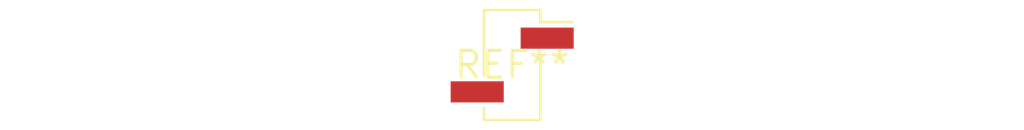
<source format=kicad_pcb>
(kicad_pcb (version 20240108) (generator pcbnew)
  (layers (0 "F.Cu" signal) (31 "B.Cu" signal) (34 "B.Paste" user) (35 "F.Paste" user) (36 "B.SilkS" user "B.Silkscreen") (37 "F.SilkS" user "F.Silkscreen") (38 "B.Mask" user) (39 "F.Mask" user) (44 "Edge.Cuts" user))
  (net 0 "")
  (footprint "PinHeader_1x02_P2.54mm_Vertical_SMD_Pin1Right" (layer "F.Cu") (at 0 0)
    (property "Reference" "REF**")
    (property "Value" "PinHeader_1x02_P2.54mm_Vertical_SMD_Pin1Right")
    (fp_line (start -1.33 -2.6) (end -1.33 0.51) (layer "F.SilkS") (stroke (width 0.12)))
    (fp_line (start -1.33 -2.6) (end 1.33 -2.6) (layer "F.SilkS") (stroke (width 0.12)))
    (fp_line (start -1.33 2.03) (end -1.33 2.6) (layer "F.SilkS") (stroke (width 0.12)))
    (fp_line (start -1.33 2.6) (end 1.33 2.6) (layer "F.SilkS") (stroke (width 0.12)))
    (fp_line (start 1.33 -2.6) (end 1.33 -2.03) (layer "F.SilkS") (stroke (width 0.12)))
    (fp_line (start 1.33 -2.03) (end 2.85 -2.03) (layer "F.SilkS") (stroke (width 0.12)))
    (fp_line (start 1.33 -0.51) (end 1.33 2.6) (layer "F.SilkS") (stroke (width 0.12)))
    (pad "1" smd rect (at 1.655 -1.27) (size 2.51 1) (layers "F.Cu" "F.Paste" "F.Mask"))
    (pad "2" smd rect (at -1.655 1.27) (size 2.51 1) (layers "F.Cu" "F.Paste" "F.Mask"))
  )
)
</source>
